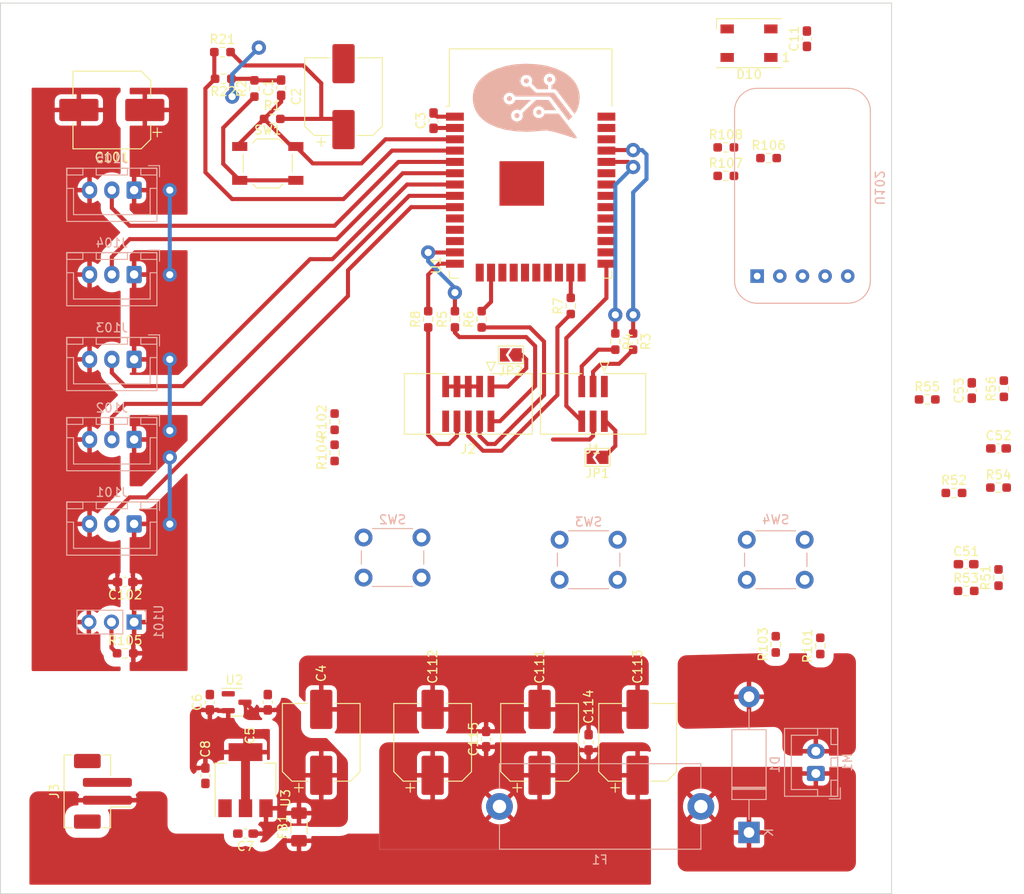
<source format=kicad_pcb>
(kicad_pcb (version 20211014) (generator pcbnew)
  (title_block (title "Flower watering thinga-ma-bob") (rev "1.0") (comment 1 "ESP32 WROOM based flower moisture sensor with connector for a pump."))
  (layers (0 "F.Cu" signal) (31 "B.Cu" signal) (34 "B.Paste" user) (35 "F.Paste" user) (36 "B.SilkS" user "B.Silkscreen") (37 "F.SilkS" user "F.Silkscreen") (38 "B.Mask" user) (39 "F.Mask" user) (44 "Edge.Cuts" user))
  (net 0 "")
  (net 1 "RESET")
  (net 2 "GND")
  (net 3 "+3V3")
  (net 4 "Net-(C4-Pad1)")
  (net 5 "BTN_1")
  (net 6 "BTN_3")
  (net 7 "BTN_2")
  (net 8 "VCC")
  (net 9 "Net-(D1-Pad1)")
  (net 10 "Net-(D1-Pad2)")
  (net 12 "WS2812_DATA")
  (net 13 "Net-(J1-Pad2)")
  (net 14 "Net-(J1-Pad3)")
  (net 15 "Net-(J1-Pad5)")
  (net 16 "IO0")
  (net 17 "Net-(J2-Pad1)")
  (net 18 "Net-(J2-Pad2)")
  (net 19 "Net-(J2-Pad4)")
  (net 20 "Net-(J2-Pad6)")
  (net 21 "Net-(J2-Pad8)")
  (net 23 "/sensor_connector/SOIL1")
  (net 24 "/sensor_connector/SOIL2")
  (net 25 "/sensor_connector/SOIL3")
  (net 26 "/sensor_connector/SOIL4")
  (net 27 "/sensor_connector/SOIL5")
  (net 28 "Net-(R2-Pad1)")
  (net 29 "TX")
  (net 30 "RX")
  (net 31 "TMS")
  (net 32 "TCK")
  (net 33 "TDO")
  (net 34 "TDI")
  (net 35 "Net-(U1-Pad4)")
  (net 36 "Net-(R51-Pad2)")
  (net 37 "Net-(R52-Pad2)")
  (net 38 "Net-(R55-Pad2)")
  (net 39 "MOTOR_ENABLE")
  (net 40 "Net-(Q1-Pad2)")
  (net 41 "Net-(Q2-Pad2)")
  (net 42 "/sensor_connector/TEMPHUM")
  (net 43 "Net-(Q101-Pad2)")
  (net 44 "ENABLE_AUDIO")
  (net 45 "Net-(Q102-Pad2)")
  (net 46 "AUDIO")
  (net 55 "AUDIO_SD")
  (net 56 "Net-(Q101-Pad3)")
  (net 59 "/SENSOR_POWER_EN")
  (net 60 "/sensor_connector/SENS_VCC")
  (footprint "Jumper:SolderJumper-2_P1.3mm_Open_TrianglePad1.0x1.5mm" (layer "F.Cu") (at 122 108 180)
    (fp_text reference "JP1")
    (fp_text value "Jumper_2_Bridged")
  )
  (footprint "Resistor_SMD:R_0603_1608Metric_Pad0.98x0.95mm_HandSolder" (layer "F.Cu") (at 162 112)
    (fp_text reference "R52")
    (fp_text value "10k")
  )
  (footprint "RF_Module:ESP32-WROOM-32" (layer "F.Cu") (at 114.5 78.005)
    (fp_text reference "U1")
    (fp_text value "ESP32-WROOM-32")
  )
  (footprint "Resistor_SMD:R_0603_1608Metric_Pad0.98x0.95mm_HandSolder" (layer "F.Cu") (at 109 92.5 90)
    (fp_text reference "R6")
    (fp_text value "220R")
  )
  (footprint "Package_TO_SOT_SMD:SOT-223-3_TabPin2" (layer "F.Cu") (at 82.5 144.25 90)
    (fp_text reference "U3")
    (fp_text value "AMS1117-3.3")
  )
  (footprint "Resistor_SMD:R_0603_1608Metric_Pad0.98x0.95mm_HandSolder" (layer "F.Cu") (at 136.4 73.2)
    (fp_text reference "R108")
    (fp_text value "100k")
  )
  (footprint "Capacitor_SMD:C_0603_1608Metric_Pad1.08x0.95mm_HandSolder" (layer "F.Cu") (at 167 107)
    (fp_text reference "C52")
    (fp_text value "100nF")
  )
  (footprint "Resistor_SMD:R_0603_1608Metric_Pad0.98x0.95mm_HandSolder" (layer "F.Cu") (at 147 129.175 90)
    (fp_text reference "R101")
    (fp_text value "R100")
  )
  (footprint "Resistor_SMD:R_0603_1608Metric_Pad0.98x0.95mm_HandSolder" (layer "F.Cu") (at 119 91 90)
    (fp_text reference "R7")
    (fp_text value "220R")
  )
  (footprint "Capacitor_SMD:C_0603_1608Metric_Pad1.08x0.95mm_HandSolder" (layer "F.Cu") (at 121 140 90)
    (fp_text reference "C114")
    (fp_text value "100nF")
  )
  (footprint "Capacitor_SMD:C_0603_1608Metric_Pad1.08x0.95mm_HandSolder" (layer "F.Cu") (at 78 143.75 -90)
    (fp_text reference "C8")
    (fp_text value "100nF")
  )
  (footprint "Capacitor_SMD:C_0603_1608Metric_Pad1.08x0.95mm_HandSolder" (layer "F.Cu") (at 164 100.5 90)
    (fp_text reference "C53")
    (fp_text value "100nF")
  )
  (footprint "Resistor_SMD:R_0603_1608Metric_Pad0.98x0.95mm_HandSolder" (layer "F.Cu") (at 92.5 104 90)
    (fp_text reference "R102")
    (fp_text value "100k")
  )
  (footprint "Resistor_SMD:R_0603_1608Metric_Pad0.98x0.95mm_HandSolder" (layer "F.Cu") (at 106 92.5 90)
    (fp_text reference "R5")
    (fp_text value "220R")
  )
  (footprint "Capacitor_SMD:CP_Elec_8x10.5" (layer "F.Cu") (at 115.5 140 90)
    (fp_text reference "C111")
    (fp_text value "10uF")
  )
  (footprint "Capacitor_SMD:CP_Elec_8x10.5" (layer "F.Cu") (at 103.5 140 90)
    (fp_text reference "C112")
    (fp_text value "10uF")
  )
  (footprint "Capacitor_SMD:CP_Elec_8x10.5" (layer "F.Cu") (at 93.5 67.5 90)
    (fp_text reference "C2")
    (fp_text value "10uF")
  )
  (footprint "Resistor_SMD:R_0603_1608Metric_Pad0.98x0.95mm_HandSolder" (layer "F.Cu") (at 124 95 -90)
    (fp_text reference "R4")
    (fp_text value "220R")
  )
  (footprint "Connector_JST:JST_PH_B2B-PH-SM4-TB_1x02-1MP_P2.00mm_Vertical" (layer "F.Cu") (at 66.5 145.5 90)
    (fp_text reference "J3")
    (fp_text value "Conn_01x02_Female")
  )
  (footprint "Resistor_SMD:R_0603_1608Metric_Pad0.98x0.95mm_HandSolder" (layer "F.Cu") (at 136.4 76.4)
    (fp_text reference "R107")
    (fp_text value "R100")
  )
  (footprint "Resistor_SMD:R_0603_1608Metric_Pad0.98x0.95mm_HandSolder" (layer "F.Cu") (at 79.9125 62.5)
    (fp_text reference "R21")
    (fp_text value "100k")
  )
  (footprint "Resistor_SMD:R_0603_1608Metric_Pad0.98x0.95mm_HandSolder" (layer "F.Cu") (at 92.5 107.5 90)
    (fp_text reference "R104")
    (fp_text value "R100")
  )
  (footprint "Resistor_SMD:R_0603_1608Metric_Pad0.98x0.95mm_HandSolder" (layer "F.Cu") (at 142 129 90)
    (fp_text reference "R103")
    (fp_text value "100k")
  )
  (footprint "LED_SMD:LED_WS2812B_PLCC4_5.0x5.0mm_P3.2mm" (layer "F.Cu") (at 139 61.5 180)
    (fp_text reference "D10")
    (fp_text value "WS2812B")
  )
  (footprint "Capacitor_SMD:C_0603_1608Metric_Pad1.08x0.95mm_HandSolder" (layer "F.Cu") (at 103.6 70.2 90)
    (fp_text reference "C3")
    (fp_text value "100nF")
  )
  (footprint "Capacitor_SMD:CP_Elec_8x10.5" (layer "F.Cu") (at 91 140 90)
    (fp_text reference "C4")
    (fp_text value "10uF")
  )
  (footprint "Capacitor_SMD:C_0603_1608Metric_Pad1.08x0.95mm_HandSolder" (layer "F.Cu") (at 85 135.5 90)
    (fp_text reference "C5")
    (fp_text value "100nF")
  )
  (footprint "Resistor_SMD:R_1206_3216Metric_Pad1.30x1.75mm_HandSolder" (layer "F.Cu") (at 88.5 149.5 90)
    (fp_text reference "FB1")
    (fp_text value "FerriteBead")
  )
  (footprint "Package_TO_SOT_SMD:SOT-23" (layer "F.Cu") (at 81.5 135.5)
    (fp_text reference "U2")
    (fp_text value "MCP1700-3302E_SOT23")
  )
  (footprint "Resistor_SMD:R_0603_1608Metric_Pad0.98x0.95mm_HandSolder" (layer "F.Cu") (at 83.5 66.5875 90)
    (fp_text reference "R2")
    (fp_text value "10R")
  )
  (footprint "Capacitor_SMD:C_0603_1608Metric_Pad1.08x0.95mm_HandSolder" (layer "F.Cu") (at 86.5 66.5 90)
    (fp_text reference "C1")
    (fp_text value "100nF")
  )
  (footprint "Jumper:SolderJumper-2_P1.3mm_Open_TrianglePad1.0x1.5mm" (layer "F.Cu") (at 112.275 96.5 180)
    (fp_text reference "JP2")
    (fp_text value "Jumper_2_Bridged")
  )
  (footprint "Resistor_SMD:R_0603_1608Metric_Pad0.98x0.95mm_HandSolder" (layer "F.Cu") (at 159 101.5)
    (fp_text reference "R55")
    (fp_text value "10k")
  )
  (footprint "Resistor_SMD:R_0603_1608Metric_Pad0.98x0.95mm_HandSolder" (layer "F.Cu") (at 163.3625 123)
    (fp_text reference "R53")
    (fp_text value "10K")
  )
  (footprint "Resistor_SMD:R_0603_1608Metric_Pad0.98x0.95mm_HandSolder" (layer "F.Cu") (at 141.2 74.4)
    (fp_text reference "R106")
    (fp_text value "1k")
  )
  (footprint "Capacitor_SMD:C_0603_1608Metric_Pad1.08x0.95mm_HandSolder" (layer "F.Cu") (at 145.5 61 90)
    (fp_text reference "C11")
    (fp_text value "100nF")
  )
  (footprint "Resistor_SMD:R_0603_1608Metric_Pad0.98x0.95mm_HandSolder" (layer "F.Cu") (at 85.5 70 180)
    (fp_text reference "R1")
    (fp_text value "10k")
  )
  (footprint "Connector_Esp:SMT_ESP_PROG_JTAG_1.27" (layer "F.Cu") (at 107.5 102 180)
    (fp_text reference "J2")
    (fp_text value "ESP_PROG_JTAG")
  )
  (footprint "Capacitor_SMD:C_0603_1608Metric_Pad1.08x0.95mm_HandSolder" (layer "F.Cu") (at 82.5 150.25 180)
    (fp_text reference "C7")
    (fp_text value "100nF")
  )
  (footprint "Resistor_SMD:R_0603_1608Metric_Pad0.98x0.95mm_HandSolder" (layer "F.Cu") (at 167 111.4)
    (fp_text reference "R54")
    (fp_text value "10K")
  )
  (footprint "Resistor_SMD:R_0603_1608Metric_Pad0.98x0.95mm_HandSolder" (layer "F.Cu") (at 167.6 100.3 90)
    (fp_text reference "R56")
    (fp_text value "10K")
  )
  (footprint "Capacitor_SMD:CP_Elec_8x10.5" (layer "F.Cu") (at 126.5 140 90)
    (fp_text reference "C113")
    (fp_text value "10uF")
  )
  (footprint "Resistor_SMD:R_0603_1608Metric_Pad0.98x0.95mm_HandSolder" (layer "F.Cu") (at 167 121.5 90)
    (fp_text reference "R51")
    (fp_text value "10k")
  )
  (footprint "Capacitor_SMD:C_0603_1608Metric_Pad1.08x0.95mm_HandSolder" (layer "F.Cu") (at 109.5 139.6375 90)
    (fp_text reference "C115")
    (fp_text value "100nF")
  )
  (footprint "Resistor_SMD:R_0603_1608Metric_Pad0.98x0.95mm_HandSolder" (layer "F.Cu") (at 80 65.5 180)
    (fp_text reference "R22")
    (fp_text value "100k")
  )
  (footprint "Connector_Esp:SMT_ESP_PROG_PROG_1.27" (layer "F.Cu") (at 121.5 102 180)
    (fp_text reference "J1")
    (fp_text value "ESP_PROG_UART")
  )
  (footprint "Button_Switch_SMD:SW_SPST_TL3342" (layer "F.Cu") (at 85 75)
    (fp_text reference "SW1")
    (fp_text value "SW_Push")
  )
  (footprint "Resistor_SMD:R_0603_1608Metric_Pad0.98x0.95mm_HandSolder" (layer "F.Cu") (at 126 95 -90)
    (fp_text reference "R3")
    (fp_text value "220R")
  )
  (footprint "Capacitor_SMD:C_0603_1608Metric_Pad1.08x0.95mm_HandSolder" (layer "F.Cu") (at 163.3625 120)
    (fp_text reference "C51")
    (fp_text value "100nF")
  )
  (footprint "Resistor_SMD:R_0603_1608Metric_Pad0.98x0.95mm_HandSolder" (layer "F.Cu") (at 103 92.5 90)
    (fp_text reference "R8")
    (fp_text value "220R")
  )
  (footprint "Capacitor_SMD:C_0603_1608Metric_Pad1.08x0.95mm_HandSolder" (layer "F.Cu") (at 78.5 135.5 90)
    (fp_text reference "C6")
    (fp_text value "100nF")
  )
  (footprint "Capacitor_SMD:C_0603_1608Metric_Pad1.08x0.95mm_HandSolder" (layer "F.Cu") (at 69 122 180)
    (fp_text reference "C102")
    (fp_text value "100nF")
  )
  (footprint "Resistor_SMD:R_0603_1608Metric_Pad0.98x0.95mm_HandSolder" (layer "F.Cu") (at 69 130)
    (fp_text reference "R105")
    (fp_text value "5k")
  )
  (footprint "Capacitor_SMD:CP_Elec_8x10.5" (layer "F.Cu") (at 67.5 69 180)
    (fp_text reference "C101")
    (fp_text value "10uF")
  )
  (footprint "Connector_JST:JST_XH_B3B-XH-A_1x03_P2.50mm_Vertical" (layer "B.Cu") (at 70 106 180)
    (fp_text reference "J102")
    (fp_text value "Conn_01x03_Female")
  )
  (footprint "Connector_JST:JST_XH_B3B-XH-A_1x03_P2.50mm_Vertical" (layer "B.Cu") (at 70 97 180)
    (fp_text reference "J103")
    (fp_text value "Conn_01x03_Female")
  )
  (footprint "Button_Switch_THT:SW_PUSH_6mm_H5mm" (layer "B.Cu") (at 124.25 117.25 180)
    (fp_text reference "SW3")
    (fp_text value "SW_Push")
  )
  (footprint "Connector_JST:JST_XH_B3B-XH-A_1x03_P2.50mm_Vertical" (layer "B.Cu") (at 70 78 180)
    (fp_text reference "J105")
    (fp_text value "Conn_01x03_Female")
  )
  (footprint "Diode_THT:D_DO-15_P15.24mm_Horizontal" (layer "B.Cu") (at 139 150.12 90)
    (fp_text reference "D1")
    (fp_text value "D")
  )
  (footprint "Connector_JST:JST_XH_B2B-XH-A_1x02_P2.50mm_Vertical" (layer "B.Cu") (at 146.5 143.5 90)
    (fp_text reference "M1")
    (fp_text value "Motor_DC")
  )
  (footprint "Connector_JST:JST_XH_B3B-XH-A_1x03_P2.50mm_Vertical" (layer "B.Cu") (at 70 87.475 180)
    (fp_text reference "J104")
    (fp_text value "Conn_01x03_Female")
  )
  (footprint "Button_Switch_THT:SW_PUSH_6mm_H5mm" (layer "B.Cu") (at 145.25 117.25 180)
    (fp_text reference "SW4")
    (fp_text value "SW_Push")
  )
  (footprint "special:Adafruit_PAM8302_Breakout" (layer "B.Cu") (at 145 78 90)
    (fp_text reference "U102")
    (fp_text value "Adafruit_PAM8302_Breakout")
  )
  (footprint "Button_Switch_THT:SW_PUSH_6mm_H5mm" (layer "B.Cu") (at 102.25 117 180)
    (fp_text reference "SW2")
    (fp_text value "SW_Push")
  )
  (footprint "SymbolOST:ost-bubble_12mm_SilkScreen" (layer "B.Cu") (at 114 68 180)
    (fp_text reference "SILKSCREEN1" hide)
    (fp_text value "OSTSymbol" hide)
  )
  (footprint "Fuse:Fuseholder_Cylinder-5x20mm_Stelvio-Kontek_PTF78_Horizontal_Open" (layer "B.Cu") (at 111 147.2)
    (fp_text reference "F1")
    (fp_text value "Fuse")
  )
  (footprint "Connector_JST:JST_XH_B3B-XH-A_1x03_P2.50mm_Vertical" (layer "B.Cu") (at 70 115.475 180)
    (fp_text reference "J101")
    (fp_text value "Conn_01x03_Female")
  )
  (footprint "Connector_PinSocket_2.54mm:PinSocket_1x03_P2.54mm_Vertical" (layer "B.Cu") (at 70 126.5 90)
    (fp_text reference "U101")
    (fp_text value "DHT11")
  )
  (gr_line (start 55 57) (end 155 57) (layer "Edge.Cuts") (width 0.1))
  (gr_line (start 155 157) (end 55 157) (layer "Edge.Cuts") (width 0.1))
  (gr_line (start 155 57) (end 155 157) (layer "Edge.Cuts") (width 0.1))
  (gr_line (start 55 157) (end 55 57) (layer "Edge.Cuts") (width 0.1))
  (segment (start 95.5 75) (end 98.21 72.29) (width 0.4572) (layer "F.Cu") (net 1))
  (segment (start 81.85 73.1) (end 81.85 72.7375) (width 0.4572) (layer "F.Cu") (net 1))
  (segment (start 88.15 73.1) (end 90.05 75) (width 0.4572) (layer "F.Cu") (net 1))
  (segment (start 88.15 73.1) (end 87.6875 73.1) (width 0.4572) (layer "F.Cu") (net 1))
  (segment (start 90.05 75) (end 95.5 75) (width 0.4572) (layer "F.Cu") (net 1))
  (segment (start 86.5 68.0875) (end 84.5875 70) (width 0.4572) (layer "F.Cu") (net 1))
  (segment (start 86.5 67.3625) (end 86.5 68.0875) (width 0.4572) (layer "F.Cu") (net 1))
  (segment (start 81.85 72.7375) (end 84.5875 70) (width 0.4572) (layer "F.Cu") (net 1))
  (segment (start 98.21 72.29) (end 106 72.29) (width 0.4572) (layer "F.Cu") (net 1))
  (segment (start 87.6875 73.1) (end 84.5875 70) (width 0.4572) (layer "F.Cu") (net 1))
  (segment (start 83.5 65.675) (end 86.4625 65.675) (width 0.4572) (layer "F.Cu") (net 2))
  (segment (start 104.0125 69.75) (end 103.6 69.3375) (width 0.4572) (layer "F.Cu") (net 2))
  (segment (start 121.5 105.6072) (end 121.1072 106) (width 0.4572) (layer "F.Cu") (net 2))
  (segment (start 121.1072 106) (end 117 106) (width 0.4572) (layer "F.Cu") (net 2))
  (segment (start 121.5 103.95) (end 121.5 105.6072) (width 0.4572) (layer "F.Cu") (net 2))
  (segment (start 80.9125 65.5) (end 83.325 65.5) (width 0.4572) (layer "F.Cu") (net 2))
  (segment (start 80.9125 65.5) (end 80.9125 67.4125) (width 0.4572) (layer "F.Cu") (net 2))
  (segment (start 80.9125 67.4125) (end 81 67.5) (width 0.4572) (layer "F.Cu") (net 2))
  (segment (start 106 69.75) (end 104.0125 69.75) (width 0.4572) (layer "F.Cu") (net 2))
  (segment (start 86.4625 65.675) (end 86.5 65.6375) (width 0.4572) (layer "F.Cu") (net 2))
  (segment (start 108.77 100.05) (end 104.96 100.05) (width 0.4572) (layer "F.Cu") (net 2))
  (segment (start 83.325 65.5) (end 83.5 65.675) (width 0.4572) (layer "F.Cu") (net 2))
  (via (at 81 67.5) (size 1.6) (drill 0.8) (layers "F.Cu" "B.Cu") (net 2))
  (via (at 84 62) (size 1.6) (drill 0.8) (layers "F.Cu" "B.Cu") (net 2))
  (segment (start 81 67.5) (end 81 65) (width 0.4572) (layer "B.Cu") (net 2))
  (segment (start 81 65) (end 84 62) (width 0.4572) (layer "B.Cu") (net 2))
  (segment (start 103.6425 71.02) (end 103.6 71.0625) (width 0.4572) (layer "F.Cu") (net 3))
  (segment (start 82.5 147.4) (end 82.5 141.1) (width 1) (layer "F.Cu") (net 3))
  (segment (start 92.3 70) (end 93.5 71.2) (width 0.4572) (layer "F.Cu") (net 3))
  (segment (start 91 66) (end 91 70) (width 0.4572) (layer "F.Cu") (net 3))
  (segment (start 82.325 64) (end 89 64) (width 0.4572) (layer "F.Cu") (net 3))
  (segment (start 80.825 62.5) (end 82.325 64) (width 0.4572) (layer "F.Cu") (net 3))
  (segment (start 86.4125 70) (end 91 70) (width 0.4572) (layer "F.Cu") (net 3))
  (segment (start 106 71.02) (end 103.6425 71.02) (width 0.4572) (layer "F.Cu") (net 3))
  (segment (start 89 64) (end 91 66) (width 0.4572) (layer "F.Cu") (net 3))
  (segment (start 91 70) (end 92.3 70) (width 0.4572) (layer "F.Cu") (net 3))
  (segment (start 85 136.3625) (end 83.3 136.3625) (width 0.4572) (layer "F.Cu") (net 4))
  (segment (start 83.3 136.3625) (end 82.4375 135.5) (width 0.4572) (layer "F.Cu") (net 4))
  (segment (start 122.77 103.95) (end 122.95 103.95) (width 0.4572) (layer "F.Cu") (net 13))
  (segment (start 124 106.725) (end 122.725 108) (width 0.4572) (layer "F.Cu") (net 13))
  (segment (start 124 105) (end 124 106.725) (width 0.4572) (layer "F.Cu") (net 13))
  (segment (start 122.95 103.95) (end 124 105) (width 0.4572) (layer "F.Cu") (net 13))
  (segment (start 124.4125 97.5) (end 126 95.9125) (width 0.4572) (layer "F.Cu") (net 14))
  (segment (start 121.5 100.05) (end 121.5 98.3928) (width 0.4572) (layer "F.Cu") (net 14))
  (segment (start 121.5 98.3928) (end 122.3928 97.5) (width 0.4572) (layer "F.Cu") (net 14))
  (segment (start 122.3928 97.5) (end 124.4125 97.5) (width 0.4572) (layer "F.Cu") (net 14))
  (segment (start 120.23 97.77) (end 122.0875 95.9125) (width 0.4572) (layer "F.Cu") (net 15))
  (segment (start 122.0875 95.9125) (end 124 95.9125) (width 0.4572) (layer "F.Cu") (net 15))
  (segment (start 120.23 100.05) (end 120.23 97.77) (width 0.4572) (layer "F.Cu") (net 15))
  (segment (start 120.23 103.95) (end 118.5 102.22) (width 0.4572) (layer "F.Cu") (net 16))
  (segment (start 118.5 94.614992) (end 123 90.114992) (width 0.4572) (layer "F.Cu") (net 16))
  (segment (start 118.5 102.22) (end 118.5 94.614992) (width 0.4572) (layer "F.Cu") (net 16))
  (segment (start 123 90.114992) (end 123 86.26) (width 0.4572) (layer "F.Cu") (net 16))
  (segment (start 114 98) (end 114 97) (width 0.4572) (layer "F.Cu") (net 17))
  (segment (start 113.5 96.5) (end 113 96.5) (width 0.4572) (layer "F.Cu") (net 17))
  (segment (start 111.95 100.05) (end 114 98) (width 0.4572) (layer "F.Cu") (net 17))
  (segment (start 114 97) (end 113.5 96.5) (width 0.4572) (layer "F.Cu") (net 17))
  (segment (start 110.04 100.05) (end 111.95 100.05) (width 0.4572) (layer "F.Cu") (net 17))
  (segment (start 115 95.5) (end 114 94.5) (width 0.4572) (layer "F.Cu") (net 18))
  (segment (start 106 94) (end 106 93.4125) (width 0.4572) (layer "F.Cu") (net 18))
  (segment (start 110.04 103.95) (end 111.05 103.95) (width 0.4572) (layer "F.Cu") (net 18))
  (segment (start 106.5 94.5) (end 106 94) (width 0.4572) (layer "F.Cu") (net 18))
  (segment (start 115 100) (end 115 95.5) (width 0.4572) (layer "F.Cu") (net 18))
  (segment (start 114 94.5) (end 106.5 94.5) (width 0.4572) (layer "F.Cu") (net 18))
  (segment (start 111.05 103.95) (end 115 100) (width 0.4572) (layer "F.Cu") (net 18))
  (segment (start 114.4125 93.4125) (end 109 93.4125) (width 0.4572) (layer "F.Cu") (net 19))
  (segment (start 108.77 103.95) (end 108.77 105.6072) (width 0.4572) (layer "F.Cu") (net 19))
  (segment (start 108.77 105.6072) (end 109.6628 106.5) (width 0.4572) (layer "F.Cu") (net 19))
  (segment (start 110.5 106.5) (end 116 101) (width 0.4572) (layer "F.Cu") (net 19))
  (segment (start 109.6628 106.5) (end 110.5 106.5) (width 0.4572) (layer "F.Cu") (net 19))
  (segment (start 116 95) (end 114.4125 93.4125) (width 0.4572) (layer "F.Cu") (net 19))
  (segment (start 116 101) (end 116 95) (width 0.4572) (layer "F.Cu") (net 19))
  (segment (start 109.15432 107.26152) (end 111.23848 107.26152) (width 0.4572) (layer "F.Cu") (net 20))
  (segment (start 117.5 93.4125) (end 119 91.9125) (width 0.4572) (layer "F.Cu") (net 20))
  (segment (start 111.23848 107.26152) (end 117.5 101) (width 0.4572) (layer "F.Cu") (net 20))
  (segment (start 117.5 101) (end 117.5 93.4125) (width 0.4572) (layer "F.Cu") (net 20))
  (segment (start 107.5 105.6072) (end 109.15432 107.26152) (width 0.4572) (layer "F.Cu") (net 20))
  (segment (start 107.5 103.95) (end 107.5 105.6072) (width 0.4572) (layer "F.Cu") (net 20))
  (segment (start 106.23 103.95) (end 106.23 105.6072) (width 0.4572) (layer "F.Cu") (net 21))
  (segment (start 104 106.5) (end 103 105.5) (width 0.4572) (layer "F.Cu") (net 21))
  (segment (start 103 105.5) (end 103 93.4125) (width 0.4572) (layer "F.Cu") (net 21))
  (segment (start 105.3372 106.5) (end 104 106.5) (width 0.4572) (layer "F.Cu") (net 21))
  (segment (start 106.23 105.6072) (end 105.3372 106.5) (width 0.4572) (layer "F.Cu") (net 21))
  (segment (start 94 89.885022) (end 94 87) (width 0.4572) (layer "F.Cu") (net 23))
  (segment (start 67.5 114.5) (end 69.5 112.5) (width 0.4572) (layer "F.Cu") (net 23))
  (segment (start 101.09 79.91) (end 106 79.91) (width 0.4572) (layer "F.Cu") (net 23))
  (segment (start 71.385022 112.5) (end 94 89.885022) (width 0.4572) (layer "F.Cu") (net 23))
  (segment (start 69.5 112.5) (end 71.385022 112.5) (width 0.4572) (layer "F.Cu") (net 23))
  (segment (start 94 87) (end 101.09 79.91) (width 0.4572) (layer "F.Cu") (net 23))
  (segment (start 67.5 115.475) (end 67.5 114.5) (width 0.4572) (layer "F.Cu") (net 23))
  (segment (start 100.86 78.64) (end 77.5 102) (width 0.4572) (layer "F.Cu") (net 24))
  (segment (start 106 78.64) (end 100.86 78.64) (width 0.4572) (layer "F.Cu") (net 24))
  (segment (start 67.5 103.5) (end 67.5 106) (width 0.4572) (layer "F.Cu") (net 24))
  (segment (start 77.5 102) (end 69 102) (width 0.4572) (layer "F.Cu") (net 24))
  (segment (start 69 102) (end 67.5 103.5) (width 0.4572) (layer "F.Cu") (net 24))
  (segment (start 106 77.37) (end 100.63 77.37) (width 0.4572) (layer "F.Cu") (net 25))
  (segment (start 67.5 98.5) (end 67.5 97) (width 0.4572) (layer "F.Cu") (net 25))
  (segment (start 69 100) (end 67.5 98.5) (width 0.4572) (layer "F.Cu") (net 25))
  (segment (start 100.63 77.37) (end 92.25 85.75) (width 0.4572) (layer "F.Cu") (net 25))
  (segment (start 75.5 100) (end 89.75 85.75) (width 0.4572) (layer "F.Cu") (net 25))
  (segment (start 89.75 85.75) (end 92.25 85.75) (width 0.4572) (layer "F.Cu") (net 25))
  (segment (start 75.5 100) (end 69 100) (width 0.4572) (layer "F.Cu") (net 25))
  (segment (start 100.15 76.1) (end 106 76.1) (width 0.4572) (layer "F.Cu") (net 26))
  (segment (start 67.5 87.475) (end 67.5 85.5) (width 0.4572) (layer "F.Cu") (net 26))
  (segment (start 69.5 83.5) (end 92.75 83.5) (width 0.4572) (layer "F.Cu") (net 26))
  (segment (start 92.75 83.5) (end 100.15 76.1) (width 0.4572) (layer "F.Cu") (net 26))
  (segment (start 67.5 85.5) (end 69.5 83.5) (width 0.4572) (layer "F.Cu") (net 26))
  (segment (start 69.5 82) (end 92.5 82) (width 0.4572) (layer "F.Cu") (net 27))
  (segment (start 67.5 78) (end 67.5 80) (width 0.4572) (layer "F.Cu") (net 27))
  (segment (start 67.5 80) (end 69.5 82) (width 0.4572) (layer "F.Cu") (net 27))
  (segment (start 92.5 82) (end 99.67 74.83) (width 0.4572) (layer "F.Cu") (net 27))
  (segment (start 99.67 74.83) (end 106 74.83) (width 0.4572) (layer "F.Cu") (net 27))
  (segment (start 80 71) (end 80 75.05) (width 0.4572) (layer "F.Cu") (net 28))
  (segment (start 88.15 76.9) (end 81.85 76.9) (width 0.4572) (layer "F.Cu") (net 28))
  (segment (start 80 75.05) (end 81.85 76.9) (width 0.4572) (layer "F.Cu") (net 28))
  (segment (start 83.5 67.5) (end 80 71) (width 0.4572) (layer "F.Cu") (net 28))
  (segment (start 126 94.0875) (end 126 92) (width 0.4572) (layer "F.Cu") (net 29))
  (segment (start 126 73.5) (end 123.06 73.5) (width 0.4572) (layer "F.Cu") (net 29))
  (segment (start 123.06 73.5) (end 123 73.56) (width 0.4572) (layer "F.Cu") (net 29))
  (via (at 126 92) (size 1.6) (drill 0.8) (layers "F.Cu" "B.Cu") (net 29))
  (via (at 126 73.5) (size 1.6) (drill 0.8) (layers "F.Cu" "B.Cu") (net 29))
  (segment (start 127 73.5) (end 126 73.5) (width 0.4572) (layer "B.Cu") (net 29))
  (segment (start 127.5 74) (end 127 73.5) (width 0.4572) (layer "B.Cu") (net 29))
  (segment (start 126 92) (end 126 78.25) (width 0.4572) (layer "B.Cu") (net 29))
  (segment (start 127.5 76.75) (end 127.5 74) (width 0.4572) (layer "B.Cu") (net 29))
  (segment (start 126 78.25) (end 127.5 76.75) (width 0.4572) (layer "B.Cu") (net 29))
  (segment (start 123 74.83) (end 125.425697 74.83) (width 0.4572) (layer "F.Cu") (net 30))
  (segment (start 125.425697 74.83) (end 126 75.404303) (width 0.4572) (layer "F.Cu") (net 30))
  (segment (start 124 94.0875) (end 124 92) (width 0.4572) (layer "F.Cu") (net 30))
  (via (at 124 92) (size 1.6) (drill 0.8) (layers "F.Cu" "B.Cu") (net 30))
  (via (at 126 75.404303) (size 1.6) (drill 0.8) (layers "F.Cu" "B.Cu") (net 30))
  (segment (start 124 77.404303) (end 124 92) (width 0.4572) (layer "B.Cu") (net 30))
  (segment (start 126 75.404303) (end 124 77.404303) (width 0.4572) (layer "B.Cu") (net 30))
  (segment (start 106 89.5) (end 106 91.5875) (width 0.4572) (layer "F.Cu") (net 31))
  (segment (start 103 85) (end 105.99 85) (width 0.4572) (layer "F.Cu") (net 31))
  (segment (start 105.99 85) (end 106 84.99) (width 0.4572) (layer "F.Cu") (net 31))
  (via (at 103 85) (size 1.6) (drill 0.8) (layers "F.Cu" "B.Cu") (net 31))
  (via (at 106 89.5) (size 1.6) (drill 0.8) (layers "F.Cu" "B.Cu") (net 31))
  (segment (start 106 89) (end 106 89.5) (width 0.4572) (layer "B.Cu") (net 31))
  (segment (start 103 86) (end 106 89) (width 0.4572) (layer "B.Cu") (net 31))
  (segment (start 103 85) (end 103 86) (width 0.4572) (layer "B.Cu") (net 31))
  (segment (start 109 91.5875) (end 110.055 90.5325) (width 0.4572) (layer "F.Cu") (net 32))
  (segment (start 110.055 90.5325) (end 110.055 87.26) (width 0.4572) (layer "F.Cu") (net 32))
  (segment (start 119 90.0875) (end 119 87.315) (width 0.4572) (layer "F.Cu") (net 33))
  (segment (start 119 87.315) (end 118.945 87.26) (width 0.4572) (layer "F.Cu") (net 33))
  (segment (start 104.24 86.26) (end 103 87.5) (width 0.4572) (layer "F.Cu") (net 34))
  (segment (start 106 86.26) (end 104.24 86.26) (width 0.4572) (layer "F.Cu") (net 34))
  (segment (start 103 87.5) (end 103 91.5875) (width 0.4572) (layer "F.Cu") (net 34))
  (segment (start 78 66.5875) (end 78 76) (width 0.4572) (layer "F.Cu") (net 35))
  (segment (start 79.0875 65.5) (end 78 66.5875) (width 0.4572) (layer "F.Cu") (net 35))
  (segment (start 81 79) (end 93.5 79) (width 0.4572) (layer "F.Cu") (net 35))
  (segment (start 78 76) (end 81 79) (width 0.4572) (layer "F.Cu") (net 35))
  (segment (start 98.94 73.56) (end 106 73.56) (width 0.4572) (layer "F.Cu") (net 35))
  (segment (start 79 65.4125) (end 79.0875 65.5) (width 0.4572) (layer "F.Cu") (net 35))
  (segment (start 79 62.5) (end 79 65.4125) (width 0.4572) (layer "F.Cu") (net 35))
  (segment (start 93.5 79) (end 98.94 73.56) (width 0.4572) (layer "F.Cu") (net 35))
  (segment (start 67.46 126.5) (end 67.46 129.3725) (width 0.4572) (layer "F.Cu") (net 42))
  (segment (start 67.46 129.3725) (end 68.0875 130) (width 0.4572) (layer "F.Cu") (net 42))
  (segment (start 74 87.5) (end 70.025 87.5) (width 0.4572) (layer "F.Cu") (net 60))
  (segment (start 70.025 87.5) (end 70 87.475) (width 0.4572) (layer "F.Cu") (net 60))
  (segment (start 70.025 115.5) (end 70 115.475) (width 0.4572) (layer "F.Cu") (net 60))
  (segment (start 74 115.5) (end 70.025 115.5) (width 0.4572) (layer "F.Cu") (net 60))
  (segment (start 74 105) (end 74 108) (width 0.4572) (layer "F.Cu") (net 60))
  (segment (start 70 97) (end 74 97) (width 0.4572) (layer "F.Cu") (net 60))
  (segment (start 70 78) (end 74 78) (width 0.4572) (layer "F.Cu") (net 60))
  (via (at 74 78) (size 1.6) (drill 0.8) (layers "F.Cu" "B.Cu") (net 60))
  (via (at 74 87.5) (size 1.6) (drill 0.8) (layers "F.Cu" "B.Cu") (net 60))
  (via (at 74 115.5) (size 1.6) (drill 0.8) (layers "F.Cu" "B.Cu") (net 60))
  (via (at 74 105) (size 1.6) (drill 0.8) (layers "F.Cu" "B.Cu") (net 60))
  (via (at 74 97) (size 1.6) (drill 0.8) (layers "F.Cu" "B.Cu") (net 60))
  (via (at 74 108) (size 1.6) (drill 0.8) (layers "F.Cu" "B.Cu") (net 60))
  (segment (start 74 78) (end 74 87.5) (width 0.4572) (layer "B.Cu") (net 60))
  (segment (start 74 97) (end 74 105) (width 0.4572) (layer "B.Cu") (net 60))
  (segment (start 74 108) (end 74 115.5) (width 0.4572) (layer "B.Cu") (net 60))
  (zone (net 4) (net_name "Net-(C4-Pad1)") (layer "F.Cu") (priority 4) (connect_pads (clearance 1.016)) (min_thickness 0.254) (fill yes (thermal_gap 0.508) (thermal_bridge_width 0.508) (smoothing fillet) (radius 1))
    (polygon (pts (xy 94 142) (xy 94 149.5) (xy 86.5 149.5) (xy 84.75 151.25) (xy 82.75 151.25) (xy 82.75 148.75) (xy 84.25 148.75) (xy 84.25 146.25) (xy 86.25 146.25) (xy 86.25 137.5) (xy 82 137.5) (xy 82 135) (xy 87.25 135)))
  )
  (zone (net 2) (net_name "GND") (layer "F.Cu") (priority 3) (connect_pads (clearance 1.016)) (min_thickness 0.254) (fill yes (thermal_gap 0.508) (thermal_bridge_width 0.508) (smoothing fillet) (radius 1))
    (polygon (pts (xy 127.75 139) (xy 88.5 139) (xy 88.5 130.25) (xy 127.75 130.25)))
  )
  (zone (net 8) (net_name "VCC") (layer "F.Cu") (priority 3) (connect_pads (clearance 1.016)) (min_thickness 0.254) (fill yes (thermal_gap 0.508) (thermal_bridge_width 0.508) (smoothing fillet) (radius 1))
    (polygon (pts (xy 128 152) (xy 97.5 152) (xy 97.5 140) (xy 128 140)))
  )
  (zone (net 3) (net_name "+3V3") (layer "F.Cu") (priority 3) (connect_pads (clearance 1.016)) (min_thickness 0.254) (fill yes (thermal_gap 0.508) (thermal_bridge_width 0.508) (smoothing fillet) (radius 1))
    (polygon (pts (xy 81.5 138.5) (xy 86 138.5) (xy 86 142) (xy 79 142) (xy 79 143.75) (xy 76.25 143.75) (xy 76.25 136) (xy 81.5 136)))
  )
  (zone (net 2) (net_name "GND") (layer "F.Cu") (priority 4) (connect_pads (clearance 1.016)) (min_thickness 0.254) (fill yes (thermal_gap 0.508) (thermal_bridge_width 0.508))
    (polygon (pts (xy 72.5 132) (xy 58.5 132) (xy 58.5 66.5) (xy 72.5 66.5)))
  )
  (zone (net 9) (net_name "Net-(D1-Pad1)") (layer "F.Cu") (priority 4) (connect_pads (clearance 1.016)) (min_thickness 0.254) (fill yes (thermal_gap 0.508) (thermal_bridge_width 0.508) (smoothing fillet) (radius 1))
    (polygon (pts (xy 151 154.5) (xy 131 154.5) (xy 131 142.75) (xy 151 142.75)))
  )
  (zone (net 60) (net_name "/sensor_connector/SENS_VCC") (layer "F.Cu") (priority 5) (connect_pads (clearance 1.016)) (min_thickness 0.254) (fill yes (thermal_gap 0.508) (thermal_bridge_width 0.508))
    (polygon (pts (xy 76.000001 131.992032) (xy 69.500001 131.992032) (xy 69.5 66.5) (xy 76 66.5)))
  )
  (zone (net 8) (net_name "VCC") (layer "F.Cu") (priority 2) (connect_pads (clearance 1.016)) (min_thickness 0.254) (fill yes (thermal_gap 0.508) (thermal_bridge_width 0.508) (smoothing fillet) (radius 1))
    (polygon (pts (xy 73.75 150.25) (xy 128 150.25) (xy 128 157) (xy 58.25 157) (xy 58.25 145.5) (xy 73.75 145.5)))
  )
  (zone (net 10) (net_name "Net-(D1-Pad2)") (layer "F.Cu") (priority 5) (connect_pads (clearance 1.016)) (min_thickness 0.254) (fill yes (thermal_gap 0.508) (thermal_bridge_width 0.508) (smoothing fillet) (radius 1))
    (polygon (pts (xy 151 141.5) (xy 142.75 141.5) (xy 142.75 138.25) (xy 131 138.5) (xy 131 130.25) (xy 140 130) (xy 151 130)))
  )
)
</source>
